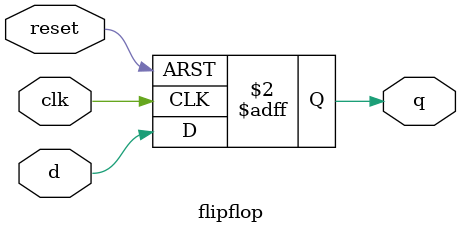
<source format=v>
`timescale 1ns / 1ps
module flipflop (
    input clk,      
    input reset,   
    input d,       
    output reg q  
);

always @(posedge clk or posedge reset) begin
    if (reset)
        q <= 0;
    else
        q <= d;
end

endmodule
</source>
